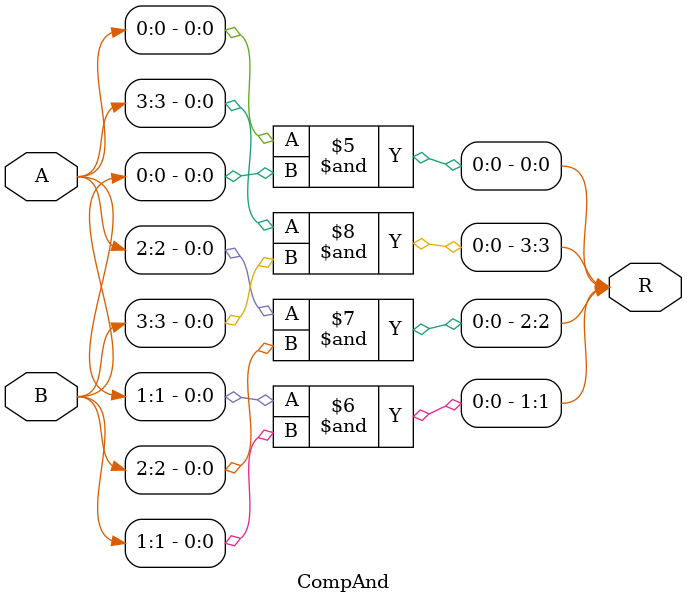
<source format=sv>
module CompAnd #(parameter N = 4) (input logic [N-1:0] A, input logic [N-1:0] B, output logic [N-1:0] R);

  always @* begin
    for (int i = 0; i < N; i = i + 1) begin
      R[i] = A[i] & B[i];
    end
  end

endmodule

</source>
